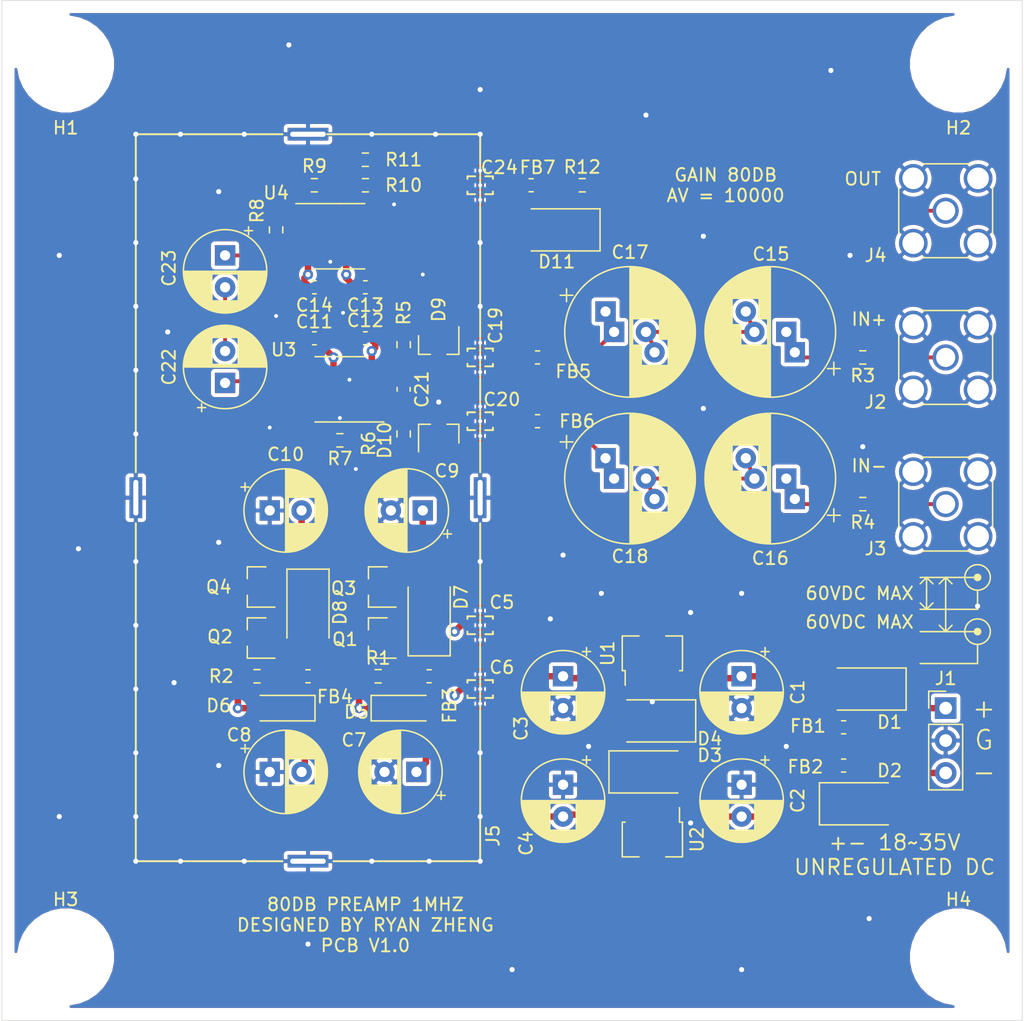
<source format=kicad_pcb>
(kicad_pcb (version 20171130) (host pcbnew "(5.1.7)-1")
  (layers (0 F.Cu signal) (1 In1.Cu signal) (2 In2.Cu signal) (31 B.Cu signal) (34 B.Paste user) (35 F.Paste user) (36 B.SilkS user) (37 F.SilkS user) (38 B.Mask user) (39 F.Mask user) (44 Edge.Cuts user))
  (net 0 "")
  (net 1 GND)
  (net 2 "Net-(C1-Pad1)")
  (net 3 "Net-(C2-Pad2)")
  (net 4 "Net-(C3-Pad1)")
  (net 5 "Net-(C4-Pad2)")
  (net 6 "Net-(C7-Pad1)")
  (net 7 +15V)
  (net 8 -15V)
  (net 9 "Net-(C15-Pad2)")
  (net 10 "Net-(C15-Pad1)")
  (net 11 "Net-(C16-Pad2)")
  (net 12 "Net-(C16-Pad1)")
  (net 13 "Net-(C17-Pad1)")
  (net 14 "Net-(C18-Pad1)")
  (net 15 "Net-(C19-Pad3)")
  (net 16 "Net-(C19-Pad1)")
  (net 17 "Net-(C20-Pad3)")
  (net 18 "Net-(C20-Pad1)")
  (net 19 "Net-(C22-Pad2)")
  (net 20 "Net-(C22-Pad1)")
  (net 21 "Net-(C23-Pad1)")
  (net 22 "Net-(C24-Pad3)")
  (net 23 "Net-(C24-Pad1)")
  (net 24 "Net-(D7-Pad1)")
  (net 25 "Net-(D8-Pad2)")
  (net 26 "Net-(D11-Pad1)")
  (net 27 "Net-(J2-Pad1)")
  (net 28 "Net-(J3-Pad1)")
  (net 29 "Net-(J4-Pad1)")
  (net 30 "Net-(Q1-Pad2)")
  (net 31 "Net-(Q2-Pad2)")
  (net 32 "Net-(R7-Pad2)")
  (net 33 "Net-(R7-Pad1)")
  (net 34 "Net-(R10-Pad1)")
  (net 35 "Net-(U4-Pad8)")
  (net 36 "Net-(U4-Pad5)")
  (net 37 "Net-(U4-Pad1)")
  (net 38 "Net-(D1-Pad1)")
  (net 39 "Net-(D2-Pad2)")
  (net 40 "Net-(C5-Pad3)")
  (net 41 "Net-(C6-Pad3)")
  (net 42 "Net-(C8-Pad2)")
  (module Package_TO_SOT_SMD:SOT-23 (layer F.Cu) (at 34.25 34 90)
    (fp_text reference D10 (at -0.5 -4.25 90) (layer F.SilkS))
    (fp_text value BAV99)
    (pad 3 smd rect (at 1 0 90) (size 0.9 0.8) (layers F.Cu F.Paste F.Mask) (net 17 "Net-(C20-Pad3)"))
    (pad 2 smd rect (at -1 0.95 90) (size 0.9 0.8) (layers F.Cu F.Paste F.Mask) (net 1 GND))
    (pad 1 smd rect (at -1 -0.95 90) (size 0.9 0.8) (layers F.Cu F.Paste F.Mask) (net 1 GND))
  )
  (module Package_TO_SOT_SMD:SOT-23 (layer F.Cu) (at 34.25 27 270)
    (fp_text reference D9 (at -2.75 0 90) (layer F.SilkS))
    (fp_text value BAV99)
    (pad 3 smd rect (at 1 0 270) (size 0.9 0.8) (layers F.Cu F.Paste F.Mask) (net 15 "Net-(C19-Pad3)"))
    (pad 2 smd rect (at -1 0.95 270) (size 0.9 0.8) (layers F.Cu F.Paste F.Mask) (net 1 GND))
    (pad 1 smd rect (at -1 -0.95 270) (size 0.9 0.8) (layers F.Cu F.Paste F.Mask) (net 1 GND))
  )
  (module MountingHole:MountingHole_3.2mm_M3 (layer F.Cu) (at 75 75)
    (fp_text reference H4 (at 0 -4.5) (layer F.SilkS))
    (fp_text value MountingHole)
    (pad 1 np_thru_hole circle (at 0 0) (size 3.2 3.2) (drill 3.2) (layers *.Cu *.Mask))
  )
  (module MountingHole:MountingHole_3.2mm_M3 (layer F.Cu) (at 5 75)
    (fp_text reference H3 (at 0 -4.5) (layer F.SilkS))
    (fp_text value MountingHole)
    (pad 1 np_thru_hole circle (at 0 0) (size 3.2 3.2) (drill 3.2) (layers *.Cu *.Mask))
  )
  (module MountingHole:MountingHole_3.2mm_M3 (layer F.Cu) (at 75 5)
    (fp_text reference H2 (at 0 5) (layer F.SilkS))
    (fp_text value MountingHole)
    (pad 1 np_thru_hole circle (at 0 0) (size 3.2 3.2) (drill 3.2) (layers *.Cu *.Mask))
  )
  (module MountingHole:MountingHole_3.2mm_M3 (layer F.Cu) (at 5 5)
    (fp_text reference H1 (at 0 5) (layer F.SilkS))
    (fp_text value MountingHole)
    (pad 1 np_thru_hole circle (at 0 0) (size 3.2 3.2) (drill 3.2) (layers *.Cu *.Mask))
  )
  (module Connector_PinHeader_2.54mm:PinHeader_1x03_P2.54mm_Vertical (layer F.Cu) (at 74 55.5)
    (fp_text reference J1 (at 0 -2.33) (layer F.SilkS))
    (fp_text value Conn_01x03)
    (pad 3 thru_hole oval (at 0 5.08) (size 1.7 1.7) (drill 1) (layers *.Cu *.Mask) (net 39 "Net-(D2-Pad2)"))
    (pad 2 thru_hole oval (at 0 2.54) (size 1.7 1.7) (drill 1) (layers *.Cu *.Mask) (net 1 GND))
    (pad 1 thru_hole rect (at 0 0) (size 1.7 1.7) (drill 1) (layers *.Cu *.Mask) (net 38 "Net-(D1-Pad1)"))
  )
  (module Inductor_SMD:L_0603_1608Metric (layer F.Cu) (at 66 60)
    (fp_text reference FB2 (at -3 0.1) (layer F.SilkS))
    (fp_text value 600R)
    (pad 2 smd roundrect (at 0.7875 0) (size 0.875 0.95) (layers F.Cu F.Paste F.Mask) (net 39 "Net-(D2-Pad2)"))
    (pad 1 smd roundrect (at -0.7875 0) (size 0.875 0.95) (layers F.Cu F.Paste F.Mask) (net 3 "Net-(C2-Pad2)"))
  )
  (module Inductor_SMD:L_0603_1608Metric (layer F.Cu) (at 66 57)
    (fp_text reference FB1 (at -2.8 -0.1) (layer F.SilkS))
    (fp_text value 600R)
    (pad 2 smd roundrect (at 0.7875 0) (size 0.875 0.95) (layers F.Cu F.Paste F.Mask) (net 38 "Net-(D1-Pad1)"))
    (pad 1 smd roundrect (at -0.7875 0) (size 0.875 0.95) (layers F.Cu F.Paste F.Mask) (net 2 "Net-(C1-Pad1)"))
  )
  (module Package_SO:SOIC-8_3.9x4.9mm_P1.27mm (layer F.Cu) (at 26.5 18.5)
    (fp_text reference U4 (at -5 -3.4) (layer F.SilkS))
    (fp_text value OPA1611)
    (pad 8 smd roundrect (at 2.475 -1.905) (size 1.95 0.6) (layers F.Cu F.Paste F.Mask) (net 35 "Net-(U4-Pad8)"))
    (pad 7 smd roundrect (at 2.475 -0.635) (size 1.95 0.6) (layers F.Cu F.Paste F.Mask) (net 7 +15V))
    (pad 6 smd roundrect (at 2.475 0.635) (size 1.95 0.6) (layers F.Cu F.Paste F.Mask) (net 23 "Net-(C24-Pad1)"))
    (pad 5 smd roundrect (at 2.475 1.905) (size 1.95 0.6) (layers F.Cu F.Paste F.Mask) (net 36 "Net-(U4-Pad5)"))
    (pad 4 smd roundrect (at -2.475 1.905) (size 1.95 0.6) (layers F.Cu F.Paste F.Mask) (net 8 -15V))
    (pad 3 smd roundrect (at -2.475 0.635) (size 1.95 0.6) (layers F.Cu F.Paste F.Mask) (net 21 "Net-(C23-Pad1)"))
    (pad 2 smd roundrect (at -2.475 -0.635) (size 1.95 0.6) (layers F.Cu F.Paste F.Mask) (net 34 "Net-(R10-Pad1)"))
    (pad 1 smd roundrect (at -2.475 -1.905) (size 1.95 0.6) (layers F.Cu F.Paste F.Mask) (net 37 "Net-(U4-Pad1)"))
  )
  (module Package_SO:SOIC-8_3.9x4.9mm_P1.27mm (layer F.Cu) (at 26.5 30.5 180)
    (fp_text reference U3 (at 4.4 3.1) (layer F.SilkS))
    (fp_text value SSM2019)
    (pad 8 smd roundrect (at 2.475 -1.905 180) (size 1.95 0.6) (layers F.Cu F.Paste F.Mask) (net 32 "Net-(R7-Pad2)"))
    (pad 7 smd roundrect (at 2.475 -0.635 180) (size 1.95 0.6) (layers F.Cu F.Paste F.Mask) (net 7 +15V))
    (pad 6 smd roundrect (at 2.475 0.635 180) (size 1.95 0.6) (layers F.Cu F.Paste F.Mask) (net 20 "Net-(C22-Pad1)"))
    (pad 5 smd roundrect (at 2.475 1.905 180) (size 1.95 0.6) (layers F.Cu F.Paste F.Mask) (net 1 GND))
    (pad 4 smd roundrect (at -2.475 1.905 180) (size 1.95 0.6) (layers F.Cu F.Paste F.Mask) (net 8 -15V))
    (pad 3 smd roundrect (at -2.475 0.635 180) (size 1.95 0.6) (layers F.Cu F.Paste F.Mask) (net 15 "Net-(C19-Pad3)"))
    (pad 2 smd roundrect (at -2.475 -0.635 180) (size 1.95 0.6) (layers F.Cu F.Paste F.Mask) (net 17 "Net-(C20-Pad3)"))
    (pad 1 smd roundrect (at -2.475 -1.905 180) (size 1.95 0.6) (layers F.Cu F.Paste F.Mask) (net 33 "Net-(R7-Pad1)"))
  )
  (module Package_TO_SOT_SMD:SOT-89-3 (layer F.Cu) (at 51 65.5 270)
    (fp_text reference U2 (at 0.3 -3.5 90) (layer F.SilkS))
    (fp_text value L79L15_SOT89)
    (pad 2 smd custom (at -1.5625 0 270) (size 1.475 0.9) (layers F.Cu F.Paste F.Mask) (net 3 "Net-(C2-Pad2)") (options (clearance outline) (anchor rect)) (primitives (gr_poly (pts (xy 0.7375 -0.8665) (xy 3.8625 -0.8665) (xy 3.8625 0.8665) (xy 0.7375 0.8665)) (width 0))))
    (pad 3 smd rect (at -1.65 1.5 270) (size 1.3 0.9) (layers F.Cu F.Paste F.Mask) (net 5 "Net-(C4-Pad2)"))
    (pad 1 smd rect (at -1.65 -1.5 270) (size 1.3 0.9) (layers F.Cu F.Paste F.Mask) (net 1 GND))
  )
  (module Package_TO_SOT_SMD:SOT-89-3 (layer F.Cu) (at 51 51.5 90)
    (fp_text reference U1 (at 0.3 -3.5 90) (layer F.SilkS))
    (fp_text value L78L15_SOT89)
    (pad 2 smd custom (at -1.5625 0 90) (size 1.475 0.9) (layers F.Cu F.Paste F.Mask) (net 1 GND) (options (clearance outline) (anchor rect)) (primitives (gr_poly (pts (xy 0.7375 -0.8665) (xy 3.8625 -0.8665) (xy 3.8625 0.8665) (xy 0.7375 0.8665)) (width 0))))
    (pad 3 smd rect (at -1.65 1.5 90) (size 1.3 0.9) (layers F.Cu F.Paste F.Mask) (net 2 "Net-(C1-Pad1)"))
    (pad 1 smd rect (at -1.65 -1.5 90) (size 1.3 0.9) (layers F.Cu F.Paste F.Mask) (net 4 "Net-(C3-Pad1)"))
  )
  (module Resistor_SMD:R_0603_1608Metric (layer F.Cu) (at 45.5 14.5)
    (fp_text reference R12 (at 0 -1.43) (layer F.SilkS))
    (fp_text value 100R)
    (pad 2 smd roundrect (at 0.825 0) (size 0.8 0.95) (layers F.Cu F.Paste F.Mask) (net 29 "Net-(J4-Pad1)"))
    (pad 1 smd roundrect (at -0.825 0) (size 0.8 0.95) (layers F.Cu F.Paste F.Mask) (net 26 "Net-(D11-Pad1)"))
  )
  (module Resistor_SMD:R_0603_1608Metric (layer F.Cu) (at 28.5 12.5)
    (fp_text reference R11 (at 3 0) (layer F.SilkS))
    (fp_text value 1.8K)
    (pad 2 smd roundrect (at 0.825 0) (size 0.8 0.95) (layers F.Cu F.Paste F.Mask) (net 23 "Net-(C24-Pad1)"))
    (pad 1 smd roundrect (at -0.825 0) (size 0.8 0.95) (layers F.Cu F.Paste F.Mask) (net 34 "Net-(R10-Pad1)"))
  )
  (module Resistor_SMD:R_0603_1608Metric (layer F.Cu) (at 28.5 14.5)
    (fp_text reference R10 (at 3 0) (layer F.SilkS))
    (fp_text value 2.2K)
    (pad 2 smd roundrect (at 0.825 0) (size 0.8 0.95) (layers F.Cu F.Paste F.Mask) (net 23 "Net-(C24-Pad1)"))
    (pad 1 smd roundrect (at -0.825 0) (size 0.8 0.95) (layers F.Cu F.Paste F.Mask) (net 34 "Net-(R10-Pad1)"))
  )
  (module Resistor_SMD:R_0603_1608Metric (layer F.Cu) (at 24.5 14.5 180)
    (fp_text reference R9 (at 0 1.5) (layer F.SilkS))
    (fp_text value 10R)
    (pad 2 smd roundrect (at 0.825 0 180) (size 0.8 0.95) (layers F.Cu F.Paste F.Mask) (net 1 GND))
    (pad 1 smd roundrect (at -0.825 0 180) (size 0.8 0.95) (layers F.Cu F.Paste F.Mask) (net 34 "Net-(R10-Pad1)"))
  )
  (module Resistor_SMD:R_0603_1608Metric (layer F.Cu) (at 21.5 18 270)
    (fp_text reference R8 (at -1.5 1.5 90) (layer F.SilkS))
    (fp_text value 10K)
    (pad 2 smd roundrect (at 0.825 0 270) (size 0.8 0.95) (layers F.Cu F.Paste F.Mask) (net 21 "Net-(C23-Pad1)"))
    (pad 1 smd roundrect (at -0.825 0 270) (size 0.8 0.95) (layers F.Cu F.Paste F.Mask) (net 1 GND))
  )
  (module Resistor_SMD:R_0603_1608Metric (layer F.Cu) (at 26.5 34.5 180)
    (fp_text reference R7 (at 0 -1.43) (layer F.SilkS))
    (fp_text value 100R)
    (pad 2 smd roundrect (at 0.825 0 180) (size 0.8 0.95) (layers F.Cu F.Paste F.Mask) (net 32 "Net-(R7-Pad2)"))
    (pad 1 smd roundrect (at -0.825 0 180) (size 0.8 0.95) (layers F.Cu F.Paste F.Mask) (net 33 "Net-(R7-Pad1)"))
  )
  (module Resistor_SMD:R_0603_1608Metric (layer F.Cu) (at 31.5 34 90)
    (fp_text reference R6 (at -0.75 -2.75 90) (layer F.SilkS))
    (fp_text value 10K)
    (pad 2 smd roundrect (at 0.825 0 90) (size 0.8 0.95) (layers F.Cu F.Paste F.Mask) (net 17 "Net-(C20-Pad3)"))
    (pad 1 smd roundrect (at -0.825 0 90) (size 0.8 0.95) (layers F.Cu F.Paste F.Mask) (net 1 GND))
  )
  (module Resistor_SMD:R_0603_1608Metric (layer F.Cu) (at 31.5 27 270)
    (fp_text reference R5 (at -2.5 0 90) (layer F.SilkS))
    (fp_text value 10K)
    (pad 2 smd roundrect (at 0.825 0 270) (size 0.8 0.95) (layers F.Cu F.Paste F.Mask) (net 15 "Net-(C19-Pad3)"))
    (pad 1 smd roundrect (at -0.825 0 270) (size 0.8 0.95) (layers F.Cu F.Paste F.Mask) (net 1 GND))
  )
  (module Resistor_SMD:R_0603_1608Metric (layer F.Cu) (at 67.5 39.5 180)
    (fp_text reference R4 (at 0 -1.43) (layer F.SilkS))
    (fp_text value 47R)
    (pad 2 smd roundrect (at 0.825 0 180) (size 0.8 0.95) (layers F.Cu F.Paste F.Mask) (net 12 "Net-(C16-Pad1)"))
    (pad 1 smd roundrect (at -0.825 0 180) (size 0.8 0.95) (layers F.Cu F.Paste F.Mask) (net 28 "Net-(J3-Pad1)"))
  )
  (module Resistor_SMD:R_0603_1608Metric (layer F.Cu) (at 67.5 28 180)
    (fp_text reference R3 (at 0 -1.43) (layer F.SilkS))
    (fp_text value 47R)
    (pad 2 smd roundrect (at 0.825 0 180) (size 0.8 0.95) (layers F.Cu F.Paste F.Mask) (net 10 "Net-(C15-Pad1)"))
    (pad 1 smd roundrect (at -0.825 0 180) (size 0.8 0.95) (layers F.Cu F.Paste F.Mask) (net 27 "Net-(J2-Pad1)"))
  )
  (module Resistor_SMD:R_0603_1608Metric (layer F.Cu) (at 20 53)
    (fp_text reference R2 (at -2.8 0) (layer F.SilkS))
    (fp_text value 10K)
    (pad 2 smd roundrect (at 0.825 0) (size 0.8 0.95) (layers F.Cu F.Paste F.Mask) (net 42 "Net-(C8-Pad2)"))
    (pad 1 smd roundrect (at -0.825 0) (size 0.8 0.95) (layers F.Cu F.Paste F.Mask) (net 41 "Net-(C6-Pad3)"))
  )
  (module Resistor_SMD:R_0603_1608Metric (layer F.Cu) (at 29.5 53)
    (fp_text reference R1 (at 0 -1.43) (layer F.SilkS))
    (fp_text value 10K)
    (pad 2 smd roundrect (at 0.825 0) (size 0.8 0.95) (layers F.Cu F.Paste F.Mask) (net 6 "Net-(C7-Pad1)"))
    (pad 1 smd roundrect (at -0.825 0) (size 0.8 0.95) (layers F.Cu F.Paste F.Mask) (net 40 "Net-(C5-Pad3)"))
  )
  (module Package_TO_SOT_SMD:SOT-23 (layer F.Cu) (at 20 46 180)
    (fp_text reference Q4 (at 3 0) (layer F.SilkS))
    (fp_text value MMBT3906)
    (pad 3 smd rect (at 1 0 180) (size 0.9 0.8) (layers F.Cu F.Paste F.Mask) (net 41 "Net-(C6-Pad3)"))
    (pad 2 smd rect (at -1 0.95 180) (size 0.9 0.8) (layers F.Cu F.Paste F.Mask) (net 8 -15V))
    (pad 1 smd rect (at -1 -0.95 180) (size 0.9 0.8) (layers F.Cu F.Paste F.Mask) (net 31 "Net-(Q2-Pad2)"))
  )
  (module Package_TO_SOT_SMD:SOT-23 (layer F.Cu) (at 29.5 46 180)
    (fp_text reference Q3 (at 2.7 -0.1) (layer F.SilkS))
    (fp_text value MMBT3904)
    (pad 3 smd rect (at 1 0 180) (size 0.9 0.8) (layers F.Cu F.Paste F.Mask) (net 40 "Net-(C5-Pad3)"))
    (pad 2 smd rect (at -1 0.95 180) (size 0.9 0.8) (layers F.Cu F.Paste F.Mask) (net 7 +15V))
    (pad 1 smd rect (at -1 -0.95 180) (size 0.9 0.8) (layers F.Cu F.Paste F.Mask) (net 30 "Net-(Q1-Pad2)"))
  )
  (module Package_TO_SOT_SMD:SOT-23 (layer F.Cu) (at 20 50 180)
    (fp_text reference Q2 (at 2.9 0.1) (layer F.SilkS))
    (fp_text value MMBT3906)
    (pad 3 smd rect (at 1 0 180) (size 0.9 0.8) (layers F.Cu F.Paste F.Mask) (net 41 "Net-(C6-Pad3)"))
    (pad 2 smd rect (at -1 0.95 180) (size 0.9 0.8) (layers F.Cu F.Paste F.Mask) (net 31 "Net-(Q2-Pad2)"))
    (pad 1 smd rect (at -1 -0.95 180) (size 0.9 0.8) (layers F.Cu F.Paste F.Mask) (net 25 "Net-(D8-Pad2)"))
  )
  (module Package_TO_SOT_SMD:SOT-23 (layer F.Cu) (at 29.5 50 180)
    (fp_text reference Q1 (at 2.6 -0.1) (layer F.SilkS))
    (fp_text value MMBT3904)
    (pad 3 smd rect (at 1 0 180) (size 0.9 0.8) (layers F.Cu F.Paste F.Mask) (net 40 "Net-(C5-Pad3)"))
    (pad 2 smd rect (at -1 0.95 180) (size 0.9 0.8) (layers F.Cu F.Paste F.Mask) (net 30 "Net-(Q1-Pad2)"))
    (pad 1 smd rect (at -1 -0.95 180) (size 0.9 0.8) (layers F.Cu F.Paste F.Mask) (net 24 "Net-(D7-Pad1)"))
  )
  (module preamp_80db:Shielding_Can_THT_57x27x13mm (layer F.Cu) (at 24 39 90)
    (fp_text reference J5 (at -26.5 14.5 90) (layer F.SilkS))
    (fp_text value RF_Shield_One_Piece)
    (pad 1 thru_hole rect (at -28.5 0 180) (size 3.2 1) (drill oval 2.8 0.4) (layers *.Cu *.Mask) (net 1 GND))
    (pad 1 thru_hole rect (at 28.5 0 180) (size 3.2 1) (drill oval 2.8 0.4) (layers *.Cu *.Mask) (net 1 GND))
    (pad 1 thru_hole rect (at 0 13.5 90) (size 3.2 1) (drill oval 2.8 0.4) (layers *.Cu *.Mask) (net 1 GND))
    (pad 1 thru_hole rect (at 0 -13.5 90) (size 3.2 1) (drill oval 2.8 0.4) (layers *.Cu *.Mask) (net 1 GND))
  )
  (module Connector_Coaxial:SMA_Amphenol_132134_Vertical (layer F.Cu) (at 74 16.5 180)
    (fp_text reference J4 (at 5.5 -3.5) (layer F.SilkS))
    (fp_text value Conn_Coaxial)
    (pad 2 thru_hole circle (at -2.54 2.54 180) (size 2.25 2.25) (drill 1.7) (layers *.Cu *.Mask) (net 1 GND))
    (pad 2 thru_hole circle (at -2.54 -2.54 180) (size 2.25 2.25) (drill 1.7) (layers *.Cu *.Mask) (net 1 GND))
    (pad 2 thru_hole circle (at 2.54 -2.54 180) (size 2.25 2.25) (drill 1.7) (layers *.Cu *.Mask) (net 1 GND))
    (pad 2 thru_hole circle (at 2.54 2.54 180) (size 2.25 2.25) (drill 1.7) (layers *.Cu *.Mask) (net 1 GND))
    (pad 1 thru_hole circle (at 0 0 180) (size 2.05 2.05) (drill 1.5) (layers *.Cu *.Mask) (net 29 "Net-(J4-Pad1)"))
  )
  (module Connector_Coaxial:SMA_Amphenol_132134_Vertical (layer F.Cu) (at 74 39.5 180)
    (fp_text reference J3 (at 5.5 -3.5) (layer F.SilkS))
    (fp_text value Conn_Coaxial)
    (pad 2 thru_hole circle (at -2.54 2.54 180) (size 2.25 2.25) (drill 1.7) (layers *.Cu *.Mask) (net 1 GND))
    (pad 2 thru_hole circle (at -2.54 -2.54 180) (size 2.25 2.25) (drill 1.7) (layers *.Cu *.Mask) (net 1 GND))
    (pad 2 thru_hole circle (at 2.54 -2.54 180) (size 2.25 2.25) (drill 1.7) (layers *.Cu *.Mask) (net 1 GND))
    (pad 2 thru_hole circle (at 2.54 2.54 180) (size 2.25 2.25) (drill 1.7) (layers *.Cu *.Mask) (net 1 GND))
    (pad 1 thru_hole circle (at 0 0 180) (size 2.05 2.05) (drill 1.5) (layers *.Cu *.Mask) (net 28 "Net-(J3-Pad1)"))
  )
  (module Connector_Coaxial:SMA_Amphenol_132134_Vertical (layer F.Cu) (at 74 28 180)
    (fp_text reference J2 (at 5.5 -3.5) (layer F.SilkS))
    (fp_text value Conn_Coaxial)
    (pad 2 thru_hole circle (at -2.54 2.54 180) (size 2.25 2.25) (drill 1.7) (layers *.Cu *.Mask) (net 1 GND))
    (pad 2 thru_hole circle (at -2.54 -2.54 180) (size 2.25 2.25) (drill 1.7) (layers *.Cu *.Mask) (net 1 GND))
    (pad 2 thru_hole circle (at 2.54 -2.54 180) (size 2.25 2.25) (drill 1.7) (layers *.Cu *.Mask) (net 1 GND))
    (pad 2 thru_hole circle (at 2.54 2.54 180) (size 2.25 2.25) (drill 1.7) (layers *.Cu *.Mask) (net 1 GND))
    (pad 1 thru_hole circle (at 0 0 180) (size 2.05 2.05) (drill 1.5) (layers *.Cu *.Mask) (net 27 "Net-(J2-Pad1)"))
  )
  (module Inductor_SMD:L_0603_1608Metric (layer F.Cu) (at 41.5 14.5 180)
    (fp_text reference FB7 (at -0.5 1.4) (layer F.SilkS))
    (fp_text value 600R)
    (pad 2 smd roundrect (at 0.7875 0 180) (size 0.875 0.95) (layers F.Cu F.Paste F.Mask) (net 22 "Net-(C24-Pad3)"))
    (pad 1 smd roundrect (at -0.7875 0 180) (size 0.875 0.95) (layers F.Cu F.Paste F.Mask) (net 26 "Net-(D11-Pad1)"))
  )
  (module Inductor_SMD:L_0603_1608Metric (layer F.Cu) (at 42 33)
    (fp_text reference FB6 (at 3.1 0) (layer F.SilkS))
    (fp_text value 600R)
    (pad 2 smd roundrect (at 0.7875 0) (size 0.875 0.95) (layers F.Cu F.Paste F.Mask) (net 14 "Net-(C18-Pad1)"))
    (pad 1 smd roundrect (at -0.7875 0) (size 0.875 0.95) (layers F.Cu F.Paste F.Mask) (net 18 "Net-(C20-Pad1)"))
  )
  (module Inductor_SMD:L_0603_1608Metric (layer F.Cu) (at 42 28)
    (fp_text reference FB5 (at 2.8 1.1) (layer F.SilkS))
    (fp_text value 600R)
    (pad 2 smd roundrect (at 0.7875 0) (size 0.875 0.95) (layers F.Cu F.Paste F.Mask) (net 13 "Net-(C17-Pad1)"))
    (pad 1 smd roundrect (at -0.7875 0) (size 0.875 0.95) (layers F.Cu F.Paste F.Mask) (net 16 "Net-(C19-Pad1)"))
  )
  (module Inductor_SMD:L_0603_1608Metric (layer F.Cu) (at 24 53)
    (fp_text reference FB4 (at 2.1 1.6) (layer F.SilkS))
    (fp_text value 600R)
    (pad 2 smd roundrect (at 0.7875 0) (size 0.875 0.95) (layers F.Cu F.Paste F.Mask) (net 42 "Net-(C8-Pad2)"))
    (pad 1 smd roundrect (at -0.7875 0) (size 0.875 0.95) (layers F.Cu F.Paste F.Mask) (net 25 "Net-(D8-Pad2)"))
  )
  (module Inductor_SMD:L_0603_1608Metric (layer F.Cu) (at 33.5 53)
    (fp_text reference FB3 (at 1.6 2.3 90) (layer F.SilkS))
    (fp_text value 600R)
    (pad 2 smd roundrect (at 0.7875 0) (size 0.875 0.95) (layers F.Cu F.Paste F.Mask) (net 6 "Net-(C7-Pad1)"))
    (pad 1 smd roundrect (at -0.7875 0) (size 0.875 0.95) (layers F.Cu F.Paste F.Mask) (net 24 "Net-(D7-Pad1)"))
  )
  (module Diode_SMD:D_SMA (layer F.Cu) (at 43.5 18 180)
    (fp_text reference D11 (at 0 -2.5) (layer F.SilkS))
    (fp_text value SMAJ15CA)
    (pad 2 smd rect (at 2 0 180) (size 2.5 1.8) (layers F.Cu F.Paste F.Mask) (net 1 GND))
    (pad 1 smd rect (at -2 0 180) (size 2.5 1.8) (layers F.Cu F.Paste F.Mask) (net 26 "Net-(D11-Pad1)"))
  )
  (module Diode_SMD:D_SMA (layer F.Cu) (at 24 48 270)
    (fp_text reference D8 (at 0 -2.5 90) (layer F.SilkS))
    (fp_text value 1N4007)
    (pad 2 smd rect (at 2 0 270) (size 2.5 1.8) (layers F.Cu F.Paste F.Mask) (net 25 "Net-(D8-Pad2)"))
    (pad 1 smd rect (at -2 0 270) (size 2.5 1.8) (layers F.Cu F.Paste F.Mask) (net 8 -15V))
  )
  (module Diode_SMD:D_SMA (layer F.Cu) (at 33.5 48 90)
    (fp_text reference D7 (at 1.2 2.5 90) (layer F.SilkS))
    (fp_text value 1N4007)
    (pad 2 smd rect (at 2 0 90) (size 2.5 1.8) (layers F.Cu F.Paste F.Mask) (net 7 +15V))
    (pad 1 smd rect (at -2 0 90) (size 2.5 1.8) (layers F.Cu F.Paste F.Mask) (net 24 "Net-(D7-Pad1)"))
  )
  (module Diode_SMD:D_MiniMELF (layer F.Cu) (at 22 55.5 180)
    (fp_text reference D6 (at 5 0.2) (layer F.SilkS))
    (fp_text value ZMM3V3)
    (pad 2 smd rect (at 1.75 0 180) (size 1.3 1.7) (layers F.Cu F.Paste F.Mask) (net 41 "Net-(C6-Pad3)"))
    (pad 1 smd rect (at -1.75 0 180) (size 1.3 1.7) (layers F.Cu F.Paste F.Mask) (net 42 "Net-(C8-Pad2)"))
  )
  (module Diode_SMD:D_MiniMELF (layer F.Cu) (at 31.5 55.5)
    (fp_text reference D5 (at -3.7 0.3) (layer F.SilkS))
    (fp_text value ZMM3V3)
    (pad 2 smd rect (at 1.75 0) (size 1.3 1.7) (layers F.Cu F.Paste F.Mask) (net 6 "Net-(C7-Pad1)"))
    (pad 1 smd rect (at -1.75 0) (size 1.3 1.7) (layers F.Cu F.Paste F.Mask) (net 40 "Net-(C5-Pad3)"))
  )
  (module Diode_SMD:D_SMA (layer F.Cu) (at 51 60.5)
    (fp_text reference D4 (at 4.5 -2.6) (layer F.SilkS))
    (fp_text value 1N4007)
    (pad 2 smd rect (at 2 0) (size 2.5 1.8) (layers F.Cu F.Paste F.Mask) (net 3 "Net-(C2-Pad2)"))
    (pad 1 smd rect (at -2 0) (size 2.5 1.8) (layers F.Cu F.Paste F.Mask) (net 5 "Net-(C4-Pad2)"))
  )
  (module Diode_SMD:D_SMA (layer F.Cu) (at 51 56.5 180)
    (fp_text reference D3 (at -4.5 -2.7) (layer F.SilkS))
    (fp_text value 1N4007)
    (pad 2 smd rect (at 2 0 180) (size 2.5 1.8) (layers F.Cu F.Paste F.Mask) (net 4 "Net-(C3-Pad1)"))
    (pad 1 smd rect (at -2 0 180) (size 2.5 1.8) (layers F.Cu F.Paste F.Mask) (net 2 "Net-(C1-Pad1)"))
  )
  (module Diode_SMD:D_SMA (layer F.Cu) (at 67.5 63)
    (fp_text reference D2 (at 2.1 -2.6) (layer F.SilkS))
    (fp_text value 1N4007)
    (pad 2 smd rect (at 2 0) (size 2.5 1.8) (layers F.Cu F.Paste F.Mask) (net 39 "Net-(D2-Pad2)"))
    (pad 1 smd rect (at -2 0) (size 2.5 1.8) (layers F.Cu F.Paste F.Mask) (net 1 GND))
  )
  (module Diode_SMD:D_SMA (layer F.Cu) (at 67.5 54 180)
    (fp_text reference D1 (at -2.1 -2.6) (layer F.SilkS))
    (fp_text value 1N4007)
    (pad 2 smd rect (at 2 0 180) (size 2.5 1.8) (layers F.Cu F.Paste F.Mask) (net 1 GND))
    (pad 1 smd rect (at -2 0 180) (size 2.5 1.8) (layers F.Cu F.Paste F.Mask) (net 38 "Net-(D1-Pad1)"))
  )
  (module preamp_80db:C_SMT_feedthrough_murata_0805 (layer F.Cu) (at 37.5 14.5)
    (fp_text reference C24 (at 1.5 -1.4) (layer F.SilkS))
    (fp_text value 1nF/Feedthrough)
    (pad 2 thru_hole circle (at 0 1.15) (size 0.3 0.3) (drill 0.3) (layers *.Cu *.Mask) (net 1 GND))
    (pad 2 thru_hole circle (at 0 -1.15) (size 0.3 0.3) (drill 0.3) (layers *.Cu *.Mask) (net 1 GND))
    (pad 2 thru_hole circle (at 0 0) (size 0.3 0.3) (drill 0.3) (layers *.Cu *.Mask) (net 1 GND))
    (pad 2 smd rect (at 0 0) (size 0.6 2.7) (layers F.Cu) (net 1 GND))
    (pad 3 smd rect (at 1 0) (size 0.6 0.8) (layers F.Cu F.Paste F.Mask) (net 22 "Net-(C24-Pad3)"))
    (pad 1 smd rect (at -1 0) (size 0.6 0.8) (layers F.Cu F.Paste F.Mask) (net 23 "Net-(C24-Pad1)"))
  )
  (module Capacitor_THT:CP_Radial_D6.3mm_P2.50mm (layer F.Cu) (at 17.5 20 270)
    (fp_text reference C23 (at 1 4.4 90) (layer F.SilkS))
    (fp_text value 100uF/25V)
    (pad 2 thru_hole circle (at 2.5 0 270) (size 1.6 1.6) (drill 0.8) (layers *.Cu *.Mask) (net 19 "Net-(C22-Pad2)"))
    (pad 1 thru_hole rect (at 0 0 270) (size 1.6 1.6) (drill 0.8) (layers *.Cu *.Mask) (net 21 "Net-(C23-Pad1)"))
  )
  (module Capacitor_THT:CP_Radial_D6.3mm_P2.50mm (layer F.Cu) (at 17.5 30 90)
    (fp_text reference C22 (at 1.25 -4.4 90) (layer F.SilkS))
    (fp_text value 100uF/25V)
    (pad 2 thru_hole circle (at 2.5 0 90) (size 1.6 1.6) (drill 0.8) (layers *.Cu *.Mask) (net 19 "Net-(C22-Pad2)"))
    (pad 1 thru_hole rect (at 0 0 90) (size 1.6 1.6) (drill 0.8) (layers *.Cu *.Mask) (net 20 "Net-(C22-Pad1)"))
  )
  (module Capacitor_SMD:C_0603_1608Metric (layer F.Cu) (at 31.5 30.5 270)
    (fp_text reference C21 (at 0 -1.43 90) (layer F.SilkS))
    (fp_text value 220pF)
    (pad 2 smd roundrect (at 0.775 0 270) (size 0.9 0.95) (layers F.Cu F.Paste F.Mask) (net 17 "Net-(C20-Pad3)"))
    (pad 1 smd roundrect (at -0.775 0 270) (size 0.9 0.95) (layers F.Cu F.Paste F.Mask) (net 15 "Net-(C19-Pad3)"))
  )
  (module preamp_80db:C_SMT_feedthrough_murata_0805 (layer F.Cu) (at 37.5 33 180)
    (fp_text reference C20 (at -1.7 1.7) (layer F.SilkS))
    (fp_text value 1nF/Feedthrough)
    (pad 2 thru_hole circle (at 0 1.15 180) (size 0.3 0.3) (drill 0.3) (layers *.Cu *.Mask) (net 1 GND))
    (pad 2 thru_hole circle (at 0 -1.15 180) (size 0.3 0.3) (drill 0.3) (layers *.Cu *.Mask) (net 1 GND))
    (pad 2 thru_hole circle (at 0 0 180) (size 0.3 0.3) (drill 0.3) (layers *.Cu *.Mask) (net 1 GND))
    (pad 2 smd rect (at 0 0 180) (size 0.6 2.7) (layers F.Cu) (net 1 GND))
    (pad 3 smd rect (at 1 0 180) (size 0.6 0.8) (layers F.Cu F.Paste F.Mask) (net 17 "Net-(C20-Pad3)"))
    (pad 1 smd rect (at -1 0 180) (size 0.6 0.8) (layers F.Cu F.Paste F.Mask) (net 18 "Net-(C20-Pad1)"))
  )
  (module preamp_80db:C_SMT_feedthrough_murata_0805 (layer F.Cu) (at 37.5 28 180)
    (fp_text reference C19 (at -1.2 2.5 90) (layer F.SilkS))
    (fp_text value 1nF/Feedthrough)
    (pad 2 thru_hole circle (at 0 1.15 180) (size 0.3 0.3) (drill 0.3) (layers *.Cu *.Mask) (net 1 GND))
    (pad 2 thru_hole circle (at 0 -1.15 180) (size 0.3 0.3) (drill 0.3) (layers *.Cu *.Mask) (net 1 GND))
    (pad 2 thru_hole circle (at 0 0 180) (size 0.3 0.3) (drill 0.3) (layers *.Cu *.Mask) (net 1 GND))
    (pad 2 smd rect (at 0 0 180) (size 0.6 2.7) (layers F.Cu) (net 1 GND))
    (pad 3 smd rect (at 1 0 180) (size 0.6 0.8) (layers F.Cu F.Paste F.Mask) (net 15 "Net-(C19-Pad3)"))
    (pad 1 smd rect (at -1 0 180) (size 0.6 0.8) (layers F.Cu F.Paste F.Mask) (net 16 "Net-(C19-Pad1)"))
  )
  (module Capacitor_THT:CP_Radial_D10.0mm_P2.50mm_P5.00mm (layer F.Cu) (at 48 37.5)
    (fp_text reference C18 (at 1.25 6.1) (layer F.SilkS))
    (fp_text value 100uF/63V)
    (pad 2 thru_hole circle (at 3.170937 1.6) (size 1.6 1.6) (drill 0.8) (layers *.Cu *.Mask) (net 11 "Net-(C16-Pad2)"))
    (pad 1 thru_hole rect (at -0.670937 -1.6) (size 1.6 1.6) (drill 0.8) (layers *.Cu *.Mask) (net 14 "Net-(C18-Pad1)"))
    (pad 2 thru_hole circle (at 2.5 0) (size 1.6 1.6) (drill 0.8) (layers *.Cu *.Mask) (net 11 "Net-(C16-Pad2)"))
    (pad 1 thru_hole rect (at 0 0) (size 1.6 1.6) (drill 0.8) (layers *.Cu *.Mask) (net 14 "Net-(C18-Pad1)"))
  )
  (module Capacitor_THT:CP_Radial_D10.0mm_P2.50mm_P5.00mm (layer F.Cu) (at 48 26)
    (fp_text reference C17 (at 1.25 -6.25) (layer F.SilkS))
    (fp_text value 100uF/63V)
    (pad 2 thru_hole circle (at 3.170937 1.6) (size 1.6 1.6) (drill 0.8) (layers *.Cu *.Mask) (net 9 "Net-(C15-Pad2)"))
    (pad 1 thru_hole rect (at -0.670937 -1.6) (size 1.6 1.6) (drill 0.8) (layers *.Cu *.Mask) (net 13 "Net-(C17-Pad1)"))
    (pad 2 thru_hole circle (at 2.5 0) (size 1.6 1.6) (drill 0.8) (layers *.Cu *.Mask) (net 9 "Net-(C15-Pad2)"))
    (pad 1 thru_hole rect (at 0 0) (size 1.6 1.6) (drill 0.8) (layers *.Cu *.Mask) (net 13 "Net-(C17-Pad1)"))
  )
  (module Capacitor_THT:CP_Radial_D10.0mm_P2.50mm_P5.00mm (layer F.Cu) (at 61.5 37.5 180)
    (fp_text reference C16 (at 1.25 -6.25) (layer F.SilkS))
    (fp_text value 100uF/63V)
    (pad 2 thru_hole circle (at 3.170937 1.6 180) (size 1.6 1.6) (drill 0.8) (layers *.Cu *.Mask) (net 11 "Net-(C16-Pad2)"))
    (pad 1 thru_hole rect (at -0.670937 -1.6 180) (size 1.6 1.6) (drill 0.8) (layers *.Cu *.Mask) (net 12 "Net-(C16-Pad1)"))
    (pad 2 thru_hole circle (at 2.5 0 180) (size 1.6 1.6) (drill 0.8) (layers *.Cu *.Mask) (net 11 "Net-(C16-Pad2)"))
    (pad 1 thru_hole rect (at 0 0 180) (size 1.6 1.6) (drill 0.8) (layers *.Cu *.Mask) (net 12 "Net-(C16-Pad1)"))
  )
  (module Capacitor_THT:CP_Radial_D10.0mm_P2.50mm_P5.00mm (layer F.Cu) (at 61.5 26 180)
    (fp_text reference C15 (at 1.2 6.1) (layer F.SilkS))
    (fp_text value 100uF/63V)
    (pad 2 thru_hole circle (at 3.170937 1.6 180) (size 1.6 1.6) (drill 0.8) (layers *.Cu *.Mask) (net 9 "Net-(C15-Pad2)"))
    (pad 1 thru_hole rect (at -0.670937 -1.6 180) (size 1.6 1.6) (drill 0.8) (layers *.Cu *.Mask) (net 10 "Net-(C15-Pad1)"))
    (pad 2 thru_hole circle (at 2.5 0 180) (size 1.6 1.6) (drill 0.8) (layers *.Cu *.Mask) (net 9 "Net-(C15-Pad2)"))
    (pad 1 thru_hole rect (at 0 0 180) (size 1.6 1.6) (drill 0.8) (layers *.Cu *.Mask) (net 10 "Net-(C15-Pad1)"))
  )
  (module Capacitor_SMD:C_0603_1608Metric (layer F.Cu) (at 24.5 22.5 180)
    (fp_text reference C14 (at 0 -1.4) (layer F.SilkS))
    (fp_text value 100nF)
    (pad 2 smd roundrect (at 0.775 0 180) (size 0.9 0.95) (layers F.Cu F.Paste F.Mask) (net 8 -15V))
    (pad 1 smd roundrect (at -0.775 0 180) (size 0.9 0.95) (layers F.Cu F.Paste F.Mask) (net 1 GND))
  )
  (module Capacitor_SMD:C_0603_1608Metric (layer F.Cu) (at 28.5 22.5)
    (fp_text reference C13 (at 0 1.4) (layer F.SilkS))
    (fp_text value 100nF)
    (pad 2 smd roundrect (at 0.775 0) (size 0.9 0.95) (layers F.Cu F.Paste F.Mask) (net 1 GND))
    (pad 1 smd roundrect (at -0.775 0) (size 0.9 0.95) (layers F.Cu F.Paste F.Mask) (net 7 +15V))
  )
  (module Capacitor_SMD:C_0603_1608Metric (layer F.Cu) (at 28.5 26.5)
    (fp_text reference C12 (at 0 -1.4) (layer F.SilkS))
    (fp_text value 100nF)
    (pad 2 smd roundrect (at 0.775 0) (size 0.9 0.95) (layers F.Cu F.Paste F.Mask) (net 8 -15V))
    (pad 1 smd roundrect (at -0.775 0) (size 0.9 0.95) (layers F.Cu F.Paste F.Mask) (net 1 GND))
  )
  (module Capacitor_SMD:C_0603_1608Metric (layer F.Cu) (at 24.5 26.5 180)
    (fp_text reference C11 (at 0 1.3) (layer F.SilkS))
    (fp_text value 100nF)
    (pad 2 smd roundrect (at 0.775 0 180) (size 0.9 0.95) (layers F.Cu F.Paste F.Mask) (net 1 GND))
    (pad 1 smd roundrect (at -0.775 0 180) (size 0.9 0.95) (layers F.Cu F.Paste F.Mask) (net 7 +15V))
  )
  (module preamp_80db:C_SMT_feedthrough_murata_0805 (layer F.Cu) (at 37.5 54 180)
    (fp_text reference C6 (at -1.7 1.7) (layer F.SilkS))
    (fp_text value 1nF/Feedthrough)
    (pad 2 thru_hole circle (at 0 1.15 180) (size 0.3 0.3) (drill 0.3) (layers *.Cu *.Mask) (net 1 GND))
    (pad 2 thru_hole circle (at 0 -1.15 180) (size 0.3 0.3) (drill 0.3) (layers *.Cu *.Mask) (net 1 GND))
    (pad 2 thru_hole circle (at 0 0 180) (size 0.3 0.3) (drill 0.3) (layers *.Cu *.Mask) (net 1 GND))
    (pad 2 smd rect (at 0 0 180) (size 0.6 2.7) (layers F.Cu) (net 1 GND))
    (pad 3 smd rect (at 1 0 180) (size 0.6 0.8) (layers F.Cu F.Paste F.Mask) (net 41 "Net-(C6-Pad3)"))
    (pad 1 smd rect (at -1 0 180) (size 0.6 0.8) (layers F.Cu F.Paste F.Mask) (net 5 "Net-(C4-Pad2)"))
  )
  (module preamp_80db:C_SMT_feedthrough_murata_0805 (layer F.Cu) (at 37.5 49 180)
    (fp_text reference C5 (at -1.7 1.8) (layer F.SilkS))
    (fp_text value 1nF/Feedthrough)
    (pad 2 thru_hole circle (at 0 1.15 180) (size 0.3 0.3) (drill 0.3) (layers *.Cu *.Mask) (net 1 GND))
    (pad 2 thru_hole circle (at 0 -1.15 180) (size 0.3 0.3) (drill 0.3) (layers *.Cu *.Mask) (net 1 GND))
    (pad 2 thru_hole circle (at 0 0 180) (size 0.3 0.3) (drill 0.3) (layers *.Cu *.Mask) (net 1 GND))
    (pad 2 smd rect (at 0 0 180) (size 0.6 2.7) (layers F.Cu) (net 1 GND))
    (pad 3 smd rect (at 1 0 180) (size 0.6 0.8) (layers F.Cu F.Paste F.Mask) (net 40 "Net-(C5-Pad3)"))
    (pad 1 smd rect (at -1 0 180) (size 0.6 0.8) (layers F.Cu F.Paste F.Mask) (net 4 "Net-(C3-Pad1)"))
  )
  (module Capacitor_THT:CP_Radial_D6.3mm_P2.50mm (layer F.Cu) (at 21 40)
    (fp_text reference C10 (at 1.25 -4.4) (layer F.SilkS))
    (fp_text value 100uF/25V)
    (pad 2 thru_hole circle (at 2.5 0) (size 1.6 1.6) (drill 0.8) (layers *.Cu *.Mask) (net 8 -15V))
    (pad 1 thru_hole rect (at 0 0) (size 1.6 1.6) (drill 0.8) (layers *.Cu *.Mask) (net 1 GND))
  )
  (module Capacitor_THT:CP_Radial_D6.3mm_P2.50mm (layer F.Cu) (at 33 40 180)
    (fp_text reference C9 (at -1.9 3.1) (layer F.SilkS))
    (fp_text value 100uF/25V)
    (pad 2 thru_hole circle (at 2.5 0 180) (size 1.6 1.6) (drill 0.8) (layers *.Cu *.Mask) (net 1 GND))
    (pad 1 thru_hole rect (at 0 0 180) (size 1.6 1.6) (drill 0.8) (layers *.Cu *.Mask) (net 7 +15V))
  )
  (module Capacitor_THT:CP_Radial_D6.3mm_P2.50mm (layer F.Cu) (at 21 60.5)
    (fp_text reference C8 (at -2.4 -2.9) (layer F.SilkS))
    (fp_text value 100uF/25V)
    (pad 2 thru_hole circle (at 2.5 0) (size 1.6 1.6) (drill 0.8) (layers *.Cu *.Mask) (net 42 "Net-(C8-Pad2)"))
    (pad 1 thru_hole rect (at 0 0) (size 1.6 1.6) (drill 0.8) (layers *.Cu *.Mask) (net 1 GND))
  )
  (module Capacitor_THT:CP_Radial_D6.3mm_P2.50mm (layer F.Cu) (at 32.5 60.5 180)
    (fp_text reference C7 (at 4.9 2.5) (layer F.SilkS))
    (fp_text value 100uF/25V)
    (pad 2 thru_hole circle (at 2.5 0 180) (size 1.6 1.6) (drill 0.8) (layers *.Cu *.Mask) (net 1 GND))
    (pad 1 thru_hole rect (at 0 0 180) (size 1.6 1.6) (drill 0.8) (layers *.Cu *.Mask) (net 6 "Net-(C7-Pad1)"))
  )
  (module Capacitor_THT:CP_Radial_D6.3mm_P2.50mm (layer F.Cu) (at 44 61.5 270)
    (fp_text reference C4 (at 4.6 2.9 90) (layer F.SilkS))
    (fp_text value 100uF/25V)
    (pad 2 thru_hole circle (at 2.5 0 270) (size 1.6 1.6) (drill 0.8) (layers *.Cu *.Mask) (net 5 "Net-(C4-Pad2)"))
    (pad 1 thru_hole rect (at 0 0 270) (size 1.6 1.6) (drill 0.8) (layers *.Cu *.Mask) (net 1 GND))
  )
  (module Capacitor_THT:CP_Radial_D6.3mm_P2.50mm (layer F.Cu) (at 44 53 270)
    (fp_text reference C3 (at 4.1 3.3 90) (layer F.SilkS))
    (fp_text value 100uF/25V)
    (pad 2 thru_hole circle (at 2.5 0 270) (size 1.6 1.6) (drill 0.8) (layers *.Cu *.Mask) (net 1 GND))
    (pad 1 thru_hole rect (at 0 0 270) (size 1.6 1.6) (drill 0.8) (layers *.Cu *.Mask) (net 4 "Net-(C3-Pad1)"))
  )
  (module Capacitor_THT:CP_Radial_D6.3mm_P2.50mm (layer F.Cu) (at 58 61.5 270)
    (fp_text reference C2 (at 1.25 -4.4 90) (layer F.SilkS))
    (fp_text value 100uF/35V)
    (pad 2 thru_hole circle (at 2.5 0 270) (size 1.6 1.6) (drill 0.8) (layers *.Cu *.Mask) (net 3 "Net-(C2-Pad2)"))
    (pad 1 thru_hole rect (at 0 0 270) (size 1.6 1.6) (drill 0.8) (layers *.Cu *.Mask) (net 1 GND))
  )
  (module Capacitor_THT:CP_Radial_D6.3mm_P2.50mm (layer F.Cu) (at 58 53 270)
    (fp_text reference C1 (at 1.25 -4.4 90) (layer F.SilkS))
    (fp_text value 100uF/35V)
    (pad 2 thru_hole circle (at 2.5 0 270) (size 1.6 1.6) (drill 0.8) (layers *.Cu *.Mask) (net 1 GND))
    (pad 1 thru_hole rect (at 0 0 270) (size 1.6 1.6) (drill 0.8) (layers *.Cu *.Mask) (net 2 "Net-(C1-Pad1)"))
  )
  (gr_text "GAIN 80DB\nAV = 10000" (at 56.75 14.5) (layer F.SilkS) (effects (font (size 1 1))))
  (gr_text "60VDC MAX" (at 67.25 48.75) (layer F.SilkS) (effects (font (size 1 1))))
  (gr_line (start 74.5 45.75) (end 74 45.25) (layer F.SilkS) (width 0.12))
  (gr_line (start 76.5 52) (end 72 52) (layer F.SilkS) (width 0.12))
  (gr_line (start 74 49.5) (end 73.5 49) (layer F.SilkS) (width 0.12))
  (gr_line (start 76.5 50.5) (end 76.5 52) (layer F.SilkS) (width 0.12))
  (gr_line (start 74.5 49) (end 74 49.5) (layer F.SilkS) (width 0.12))
  (gr_line (start 73.5 45.75) (end 74 45.25) (layer F.SilkS) (width 0.12))
  (gr_line (start 76.5 49.5) (end 72 49.5) (layer F.SilkS) (width 0.12))
  (gr_line (start 74 45.25) (end 74 49.5) (layer F.SilkS) (width 0.12))
  (gr_circle (center 76.5 49.5) (end 76.65 49.5) (layer F.SilkS) (width 0.3))
  (gr_circle (center 76.5 49.5) (end 77.5 49.5) (layer F.SilkS) (width 0.12))
  (gr_line (start 72.5 45.25) (end 72.5 47.75) (layer F.SilkS) (width 0.12))
  (gr_line (start 73 47.25) (end 72.5 47.75) (layer F.SilkS) (width 0.12))
  (gr_line (start 72.5 47.75) (end 72 47.25) (layer F.SilkS) (width 0.12))
  (gr_line (start 73 45.75) (end 72.5 45.25) (layer F.SilkS) (width 0.12))
  (gr_line (start 72 45.75) (end 72.5 45.25) (layer F.SilkS) (width 0.12))
  (gr_line (start 76.5 47.75) (end 72 47.75) (layer F.SilkS) (width 0.12))
  (gr_line (start 76.5 46.25) (end 76.5 47.75) (layer F.SilkS) (width 0.12))
  (gr_line (start 76.5 45.25) (end 72 45.25) (layer F.SilkS) (width 0.12))
  (gr_circle (center 76.5 45.25) (end 77.5 45.25) (layer F.SilkS) (width 0.12))
  (gr_circle (center 76.5 45.25) (end 76.65 45.25) (layer F.SilkS) (width 0.3))
  (gr_text "60VDC MAX" (at 67.25 46.5) (layer F.SilkS) (effects (font (size 1 1))))
  (gr_text "80DB PREAMP 1MHZ\nDESIGNED BY RYAN ZHENG\nPCB V1.0" (at 28.5 72.5) (layer F.SilkS) (effects (font (size 1 1))))
  (gr_text "+- 18~~35V\nUNREGULATED DC" (at 70 67) (layer F.SilkS) (effects (font (size 1.2 1.2))))
  (gr_text - (at 77 60.5) (layer F.SilkS) (effects (font (size 1.5 1.5))))
  (gr_text G (at 77 58) (layer F.SilkS) (effects (font (size 1.5 1.5))))
  (gr_text + (at 77 55.5) (layer F.SilkS) (effects (font (size 1.5 1.5))))
  (gr_text IN- (at 68 36.5) (layer F.SilkS) (effects (font (size 1 1))))
  (gr_text IN+ (at 68 25) (layer F.SilkS) (effects (font (size 1 1))))
  (gr_text OUT (at 67.5 14) (layer F.SilkS) (effects (font (size 1 1))))
  (gr_line (start 0 80) (end 0 0) (layer Edge.Cuts) (width 0.05))
  (gr_line (start 80 80) (end 0 80) (layer Edge.Cuts) (width 0.05))
  (gr_line (start 80 0) (end 80 80) (layer Edge.Cuts) (width 0.05))
  (gr_line (start 0 0) (end 80 0) (layer Edge.Cuts) (width 0.05))
  (via (at 10.5 34) (size 0.8) (drill 0.4) (layers F.Cu B.Cu) (net 1))
  (via (at 10.5 29) (size 0.8) (drill 0.4) (layers F.Cu B.Cu) (net 1))
  (via (at 10.5 24) (size 0.8) (drill 0.4) (layers F.Cu B.Cu) (net 1))
  (via (at 10.5 19) (size 0.8) (drill 0.4) (layers F.Cu B.Cu) (net 1))
  (via (at 10.5 14) (size 0.8) (drill 0.4) (layers F.Cu B.Cu) (net 1))
  (via (at 10.5 10.5) (size 0.8) (drill 0.4) (layers F.Cu B.Cu) (net 1))
  (via (at 19 10.5) (size 0.8) (drill 0.4) (layers F.Cu B.Cu) (net 1))
  (via (at 14 10.5) (size 0.8) (drill 0.4) (layers F.Cu B.Cu) (net 1))
  (segment (start 51 53.0625) (end 51 48) (width 0.508) (layer F.Cu) (net 1))
  (segment (start 51 53.0625) (end 51 55) (width 0.508) (layer F.Cu) (net 1))
  (segment (start 37.5 28) (end 37.5 26) (width 0.508) (layer F.Cu) (net 1))
  (segment (start 37.5 28) (end 37.5 30) (width 0.508) (layer F.Cu) (net 1))
  (segment (start 37.5 33) (end 37.5 31) (width 0.508) (layer F.Cu) (net 1))
  (segment (start 37.5 33) (end 37.5 35) (width 0.508) (layer F.Cu) (net 1))
  (segment (start 37.5 14.5) (end 37.5 12.5) (width 0.508) (layer F.Cu) (net 1))
  (segment (start 37.5 14.5) (end 37.5 16.5) (width 0.508) (layer F.Cu) (net 1))
  (via (at 43 48.5) (size 0.8) (drill 0.4) (layers F.Cu B.Cu) (net 1))
  (via (at 47 46.5) (size 0.8) (drill 0.4) (layers F.Cu B.Cu) (net 1))
  (via (at 54 48) (size 0.8) (drill 0.4) (layers F.Cu B.Cu) (net 1))
  (via (at 58 46.5) (size 0.8) (drill 0.4) (layers F.Cu B.Cu) (net 1))
  (via (at 55 18.5) (size 0.8) (drill 0.4) (layers F.Cu B.Cu) (net 1))
  (via (at 50.5 9) (size 0.8) (drill 0.4) (layers F.Cu B.Cu) (net 1))
  (via (at 22.5 3.5) (size 0.8) (drill 0.4) (layers F.Cu B.Cu) (net 1))
  (via (at 37.5 7) (size 0.8) (drill 0.4) (layers F.Cu B.Cu) (net 1))
  (via (at 65 5.5) (size 0.8) (drill 0.4) (layers F.Cu B.Cu) (net 1))
  (via (at 66.5 20) (size 0.8) (drill 0.4) (layers F.Cu B.Cu) (net 1))
  (via (at 67.5 35) (size 0.8) (drill 0.4) (layers F.Cu B.Cu) (net 1))
  (via (at 55 32) (size 0.8) (drill 0.4) (layers F.Cu B.Cu) (net 1))
  (via (at 17 60) (size 0.8) (drill 0.4) (layers F.Cu B.Cu) (net 1))
  (via (at 13.5 53.5) (size 0.8) (drill 0.4) (layers F.Cu B.Cu) (net 1))
  (via (at 17 42.5) (size 0.8) (drill 0.4) (layers F.Cu B.Cu) (net 1))
  (via (at 13 26) (size 0.8) (drill 0.4) (layers F.Cu B.Cu) (net 1))
  (via (at 17 15) (size 0.8) (drill 0.4) (layers F.Cu B.Cu) (net 1))
  (via (at 76.5 47.5) (size 0.8) (drill 0.4) (layers F.Cu B.Cu) (net 1))
  (via (at 68 72) (size 0.8) (drill 0.4) (layers F.Cu B.Cu) (net 1))
  (via (at 58 76) (size 0.8) (drill 0.4) (layers F.Cu B.Cu) (net 1))
  (via (at 40 76) (size 0.8) (drill 0.4) (layers F.Cu B.Cu) (net 1))
  (via (at 24 74) (size 0.8) (drill 0.4) (layers F.Cu B.Cu) (net 1))
  (via (at 61.5 58.5) (size 0.8) (drill 0.4) (layers F.Cu B.Cu) (net 1))
  (via (at 46 58.5) (size 0.8) (drill 0.4) (layers F.Cu B.Cu) (net 1))
  (via (at 33 21.5) (size 0.6) (drill 0.3) (layers F.Cu B.Cu) (net 1))
  (via (at 30.75 16) (size 0.6) (drill 0.3) (layers F.Cu B.Cu) (net 1))
  (via (at 26.75 24.5) (size 0.6) (drill 0.3) (layers F.Cu B.Cu) (net 1))
  (via (at 25.75 20.5) (size 0.6) (drill 0.3) (layers F.Cu B.Cu) (net 1))
  (via (at 26.5 32.75) (size 0.6) (drill 0.3) (layers F.Cu B.Cu) (net 1))
  (via (at 27.25 29.75) (size 0.6) (drill 0.3) (layers F.Cu B.Cu) (net 1))
  (via (at 21 33.5) (size 0.6) (drill 0.3) (layers F.Cu B.Cu) (net 1))
  (via (at 27.75 36.75) (size 0.6) (drill 0.3) (layers F.Cu B.Cu) (net 1))
  (via (at 21.5 24.75) (size 0.6) (drill 0.3) (layers F.Cu B.Cu) (net 1))
  (via (at 44 43.5) (size 0.8) (drill 0.4) (layers F.Cu B.Cu) (net 1))
  (segment (start 37.5 49) (end 37.5 47) (width 0.508) (layer F.Cu) (net 1))
  (segment (start 37.5 49) (end 37.5 51) (width 0.508) (layer F.Cu) (net 1))
  (segment (start 37.5 54) (end 37.5 52) (width 0.508) (layer F.Cu) (net 1))
  (segment (start 37.5 54) (end 37.5 56) (width 0.508) (layer F.Cu) (net 1))
  (via (at 10.5 54) (size 0.8) (drill 0.4) (layers F.Cu B.Cu) (net 1))
  (via (at 10.5 59) (size 0.8) (drill 0.4) (layers F.Cu B.Cu) (net 1))
  (via (at 10.5 64) (size 0.8) (drill 0.4) (layers F.Cu B.Cu) (net 1))
  (via (at 10.5 67.5) (size 0.8) (drill 0.4) (layers F.Cu B.Cu) (net 1))
  (via (at 10.5 44) (size 0.8) (drill 0.4) (layers F.Cu B.Cu) (net 1))
  (via (at 10.5 49) (size 0.8) (drill 0.4) (layers F.Cu B.Cu) (net 1))
  (via (at 37.5 59) (size 0.8) (drill 0.4) (layers F.Cu B.Cu) (net 1))
  (via (at 37.5 64) (size 0.8) (drill 0.4) (layers F.Cu B.Cu) (net 1))
  (via (at 37.5 67.5) (size 0.8) (drill 0.4) (layers F.Cu B.Cu) (net 1))
  (via (at 19 67.5) (size 0.8) (drill 0.4) (layers F.Cu B.Cu) (net 1))
  (via (at 14 67.5) (size 0.8) (drill 0.4) (layers F.Cu B.Cu) (net 1))
  (via (at 29 67.5) (size 0.8) (drill 0.4) (layers F.Cu B.Cu) (net 1))
  (via (at 33.5 67.5) (size 0.8) (drill 0.4) (layers F.Cu B.Cu) (net 1))
  (via (at 37.5 44) (size 0.8) (drill 0.4) (layers F.Cu B.Cu) (net 1))
  (via (at 37.5 19) (size 0.8) (drill 0.4) (layers F.Cu B.Cu) (net 1))
  (via (at 37.5 24) (size 0.8) (drill 0.4) (layers F.Cu B.Cu) (net 1))
  (via (at 29 10.5) (size 0.8) (drill 0.4) (layers F.Cu B.Cu) (net 1))
  (via (at 34 10.5) (size 0.8) (drill 0.4) (layers F.Cu B.Cu) (net 1))
  (via (at 37.5 10.5) (size 0.8) (drill 0.4) (layers F.Cu B.Cu) (net 1))
  (via (at 54 64.5) (size 0.8) (drill 0.4) (layers F.Cu B.Cu) (net 1))
  (segment (start 51 55) (end 51 55.5) (width 0.508) (layer F.Cu) (net 1))
  (via (at 51 55) (size 0.8) (drill 0.4) (layers F.Cu B.Cu) (net 1))
  (via (at 4.5 20) (size 0.8) (drill 0.4) (layers F.Cu B.Cu) (net 1))
  (via (at 6 43) (size 0.8) (drill 0.4) (layers F.Cu B.Cu) (net 1))
  (via (at 4.5 64) (size 0.8) (drill 0.4) (layers F.Cu B.Cu) (net 1))
  (via (at 34.25 31.5) (size 0.8) (drill 0.4) (layers F.Cu B.Cu) (net 1))
  (segment (start 65.2125 57) (end 64 57) (width 0.508) (layer F.Cu) (net 2))
  (segment (start 60 53) (end 58 53) (width 0.508) (layer F.Cu) (net 2))
  (segment (start 64 57) (end 60 53) (width 0.508) (layer F.Cu) (net 2))
  (segment (start 57.85 53.15) (end 58 53) (width 0.508) (layer F.Cu) (net 2))
  (segment (start 52.5 53.15) (end 57.85 53.15) (width 0.508) (layer F.Cu) (net 2))
  (segment (start 52.5 53.15) (end 52.5 54.5) (width 0.508) (layer F.Cu) (net 2))
  (segment (start 53 55) (end 53 56.5) (width 0.508) (layer F.Cu) (net 2))
  (segment (start 52.5 54.5) (end 53 55) (width 0.508) (layer F.Cu) (net 2))
  (segment (start 65.2125 60) (end 64 60) (width 0.508) (layer F.Cu) (net 3))
  (segment (start 60 64) (end 58 64) (width 0.508) (layer F.Cu) (net 3))
  (segment (start 64 60) (end 60 64) (width 0.508) (layer F.Cu) (net 3))
  (segment (start 51 63.9375) (end 51 62.5) (width 0.508) (layer F.Cu) (net 3))
  (segment (start 51 62.5) (end 53 60.5) (width 0.508) (layer F.Cu) (net 3))
  (segment (start 58 64) (end 56 64) (width 0.508) (layer F.Cu) (net 3))
  (segment (start 53 61) (end 53 60.5) (width 0.508) (layer F.Cu) (net 3))
  (segment (start 56 64) (end 53 61) (width 0.508) (layer F.Cu) (net 3))
  (segment (start 51 63.9375) (end 51 69.5) (width 0.508) (layer F.Cu) (net 3))
  (segment (start 44.15 53.15) (end 44 53) (width 0.508) (layer F.Cu) (net 4))
  (segment (start 49.5 53.15) (end 44.15 53.15) (width 0.508) (layer F.Cu) (net 4))
  (segment (start 49.5 53.15) (end 49.5 54.5) (width 0.508) (layer F.Cu) (net 4))
  (segment (start 49 55) (end 49 56.5) (width 0.508) (layer F.Cu) (net 4))
  (segment (start 49.5 54.5) (end 49 55) (width 0.508) (layer F.Cu) (net 4))
  (segment (start 42 53) (end 44 53) (width 0.508) (layer F.Cu) (net 4))
  (segment (start 39.5 50.5) (end 42 53) (width 0.508) (layer F.Cu) (net 4))
  (segment (start 39.5 49.5) (end 39.5 50.5) (width 0.508) (layer F.Cu) (net 4))
  (segment (start 39 49) (end 39.5 49.5) (width 0.508) (layer F.Cu) (net 4))
  (segment (start 38.5 49) (end 39 49) (width 0.508) (layer F.Cu) (net 4))
  (segment (start 44.15 63.85) (end 44 64) (width 0.508) (layer F.Cu) (net 5))
  (segment (start 49.5 63.85) (end 44.15 63.85) (width 0.508) (layer F.Cu) (net 5))
  (segment (start 49.5 63.85) (end 49.5 62.5) (width 0.508) (layer F.Cu) (net 5))
  (segment (start 49 62) (end 49 60.5) (width 0.508) (layer F.Cu) (net 5))
  (segment (start 49.5 62.5) (end 49 62) (width 0.508) (layer F.Cu) (net 5))
  (segment (start 38.5 54) (end 39.5 54) (width 0.508) (layer F.Cu) (net 5))
  (segment (start 42 64) (end 44 64) (width 0.508) (layer F.Cu) (net 5))
  (segment (start 41 63) (end 42 64) (width 0.508) (layer F.Cu) (net 5))
  (segment (start 40 57) (end 41 58) (width 0.508) (layer F.Cu) (net 5))
  (segment (start 40 54.5) (end 40 57) (width 0.508) (layer F.Cu) (net 5))
  (segment (start 41 58) (end 41 63) (width 0.508) (layer F.Cu) (net 5))
  (segment (start 39.5 54) (end 40 54.5) (width 0.508) (layer F.Cu) (net 5))
  (segment (start 30.325 53) (end 30.325 53.325) (width 0.508) (layer F.Cu) (net 6))
  (segment (start 32.5 55.5) (end 33.25 55.5) (width 0.508) (layer F.Cu) (net 6))
  (segment (start 30.325 53.325) (end 32.5 55.5) (width 0.508) (layer F.Cu) (net 6))
  (segment (start 34.2875 53) (end 34.2875 53.2125) (width 0.508) (layer F.Cu) (net 6))
  (segment (start 33.25 54.25) (end 33.25 55.5) (width 0.508) (layer F.Cu) (net 6))
  (segment (start 34.2875 53.2125) (end 33.25 54.25) (width 0.508) (layer F.Cu) (net 6))
  (segment (start 33.25 59.75) (end 32.5 60.5) (width 0.508) (layer F.Cu) (net 6))
  (segment (start 33.25 55.5) (end 33.25 59.75) (width 0.508) (layer F.Cu) (net 6))
  (segment (start 27 18.5) (end 27 21.775) (width 0.3048) (layer F.Cu) (net 7))
  (via (at 27 21.5) (size 0.8) (drill 0.4) (layers F.Cu B.Cu) (net 7))
  (via (at 26 28) (size 0.8) (drill 0.4) (layers F.Cu B.Cu) (net 7))
  (segment (start 30.5 45.05) (end 30.55 45.05) (width 0.508) (layer F.Cu) (net 7))
  (segment (start 30.5 45.05) (end 31.55 45.05) (width 0.508) (layer F.Cu) (net 7))
  (segment (start 32.5 46) (end 33.5 46) (width 0.508) (layer F.Cu) (net 7))
  (segment (start 31.55 45.05) (end 32.5 46) (width 0.508) (layer F.Cu) (net 7))
  (segment (start 33 45.5) (end 33.5 46) (width 0.508) (layer F.Cu) (net 7))
  (segment (start 33 40) (end 33 45.5) (width 0.508) (layer F.Cu) (net 7))
  (segment (start 25.365 31.135) (end 26 30.5) (width 0.508) (layer F.Cu) (net 7))
  (segment (start 24.025 31.135) (end 25.365 31.135) (width 0.508) (layer F.Cu) (net 7))
  (segment (start 26 30.5) (end 26 28) (width 0.508) (layer F.Cu) (net 7))
  (segment (start 26 28) (end 25.275 27.275) (width 0.508) (layer F.Cu) (net 7))
  (segment (start 25.275 26.5) (end 25.275 27.275) (width 0.508) (layer F.Cu) (net 7))
  (segment (start 27.635 17.865) (end 27 18.5) (width 0.508) (layer F.Cu) (net 7))
  (segment (start 28.975 17.865) (end 27.635 17.865) (width 0.508) (layer F.Cu) (net 7))
  (segment (start 27 18.5) (end 27 21.5) (width 0.508) (layer F.Cu) (net 7))
  (segment (start 27 21.775) (end 27.725 22.5) (width 0.508) (layer F.Cu) (net 7))
  (segment (start 27 21.5) (end 27 21.775) (width 0.508) (layer F.Cu) (net 7))
  (via (at 24 21.5) (size 0.8) (drill 0.4) (layers F.Cu B.Cu) (net 8))
  (via (at 29 27.5) (size 0.8) (drill 0.4) (layers F.Cu B.Cu) (net 8))
  (segment (start 21 45.05) (end 21.55 45.05) (width 0.508) (layer F.Cu) (net 8))
  (segment (start 22.5 46) (end 24 46) (width 0.508) (layer F.Cu) (net 8))
  (segment (start 21.55 45.05) (end 22.5 46) (width 0.508) (layer F.Cu) (net 8))
  (segment (start 23.5 45.5) (end 24 46) (width 0.508) (layer F.Cu) (net 8))
  (segment (start 23.5 40) (end 23.5 45.5) (width 0.508) (layer F.Cu) (net 8))
  (segment (start 29.275 27.225) (end 29 27.5) (width 0.508) (layer F.Cu) (net 8))
  (segment (start 29.275 26.5) (end 29.275 27.225) (width 0.508) (layer F.Cu) (net 8))
  (segment (start 29 28.57) (end 28.975 28.595) (width 0.508) (layer F.Cu) (net 8))
  (segment (start 29 27.5) (end 29 28.57) (width 0.508) (layer F.Cu) (net 8))
  (segment (start 23.725 21.775) (end 24 21.5) (width 0.508) (layer F.Cu) (net 8))
  (segment (start 23.725 22.5) (end 23.725 21.775) (width 0.508) (layer F.Cu) (net 8))
  (segment (start 24 20.43) (end 24.025 20.405) (width 0.508) (layer F.Cu) (net 8))
  (segment (start 24 21.5) (end 24 20.43) (width 0.508) (layer F.Cu) (net 8))
  (segment (start 51 26.929063) (end 51.170937 27.6) (width 0.3048) (layer F.Cu) (net 9))
  (segment (start 50.5 26) (end 51 26.929063) (width 0.3048) (layer F.Cu) (net 9))
  (segment (start 50.5 26) (end 59 26) (width 0.3048) (layer F.Cu) (net 9))
  (segment (start 58.329063 24.4) (end 59 26) (width 0.3048) (layer F.Cu) (net 9))
  (segment (start 62.570937 28) (end 62.170937 27.6) (width 0.3048) (layer F.Cu) (net 10))
  (segment (start 66.675 28) (end 62.570937 28) (width 0.3048) (layer F.Cu) (net 10))
  (segment (start 61.5 26) (end 62.170937 27.6) (width 0.3048) (layer F.Cu) (net 10))
  (segment (start 50.5 37.5) (end 59 37.5) (width 0.3048) (layer F.Cu) (net 11))
  (segment (start 58.329063 35.9) (end 59 37.5) (width 0.3048) (layer F.Cu) (net 11))
  (segment (start 50.5 37.5) (end 51.170937 39.1) (width 0.3048) (layer F.Cu) (net 11))
  (segment (start 62.570937 39.5) (end 62.170937 39.1) (width 0.3048) (layer F.Cu) (net 12))
  (segment (start 66.675 39.5) (end 62.570937 39.5) (width 0.3048) (layer F.Cu) (net 12))
  (segment (start 61.5 37.5) (end 62.170937 39.1) (width 0.3048) (layer F.Cu) (net 12))
  (segment (start 47.329063 24.4) (end 48 26) (width 0.3048) (layer F.Cu) (net 13))
  (segment (start 46 28) (end 48 26) (width 0.3048) (layer F.Cu) (net 13))
  (segment (start 42.7875 28) (end 46 28) (width 0.3048) (layer F.Cu) (net 13))
  (segment (start 47.329063 35.9) (end 48 37.5) (width 0.3048) (layer F.Cu) (net 14))
  (segment (start 44.429063 33) (end 47.329063 35.9) (width 0.3048) (layer F.Cu) (net 14))
  (segment (start 42.7875 33) (end 44.429063 33) (width 0.3048) (layer F.Cu) (net 14))
  (segment (start 31.36 29.865) (end 31.5 29.725) (width 0.3048) (layer F.Cu) (net 15))
  (segment (start 28.975 29.865) (end 31.36 29.865) (width 0.3048) (layer F.Cu) (net 15))
  (segment (start 31.5 27.825) (end 31.5 29.725) (width 0.3048) (layer F.Cu) (net 15))
  (segment (start 36.5 28) (end 34.25 28) (width 0.3048) (layer F.Cu) (net 15))
  (segment (start 34.25 28) (end 32.75 28) (width 0.3048) (layer F.Cu) (net 15))
  (segment (start 32.575 27.825) (end 32.75 28) (width 0.3048) (layer F.Cu) (net 15))
  (segment (start 31.5 27.825) (end 32.575 27.825) (width 0.3048) (layer F.Cu) (net 15))
  (segment (start 38.5 28) (end 41.2125 28) (width 0.3048) (layer F.Cu) (net 16))
  (segment (start 31.36 31.135) (end 31.5 31.275) (width 0.3048) (layer F.Cu) (net 17))
  (segment (start 28.975 31.135) (end 31.36 31.135) (width 0.3048) (layer F.Cu) (net 17))
  (segment (start 31.5 33.175) (end 31.5 31.275) (width 0.3048) (layer F.Cu) (net 17))
  (segment (start 36.5 33) (end 34.25 33) (width 0.3048) (layer F.Cu) (net 17))
  (segment (start 34.25 33) (end 32.75 33) (width 0.3048) (layer F.Cu) (net 17))
  (segment (start 32.575 33.175) (end 32.75 33) (width 0.3048) (layer F.Cu) (net 17))
  (segment (start 31.5 33.175) (end 32.575 33.175) (width 0.3048) (layer F.Cu) (net 17))
  (segment (start 41.2125 33) (end 38.5 33) (width 0.3048) (layer F.Cu) (net 18))
  (segment (start 17.5 22.5) (end 17.5 27.5) (width 0.3048) (layer F.Cu) (net 19))
  (segment (start 17.635 29.865) (end 17.5 30) (width 0.3048) (layer F.Cu) (net 20))
  (segment (start 24.025 29.865) (end 17.635 29.865) (width 0.3048) (layer F.Cu) (net 20))
  (segment (start 24.025 19.135) (end 22.635 19.135) (width 0.3048) (layer F.Cu) (net 21))
  (segment (start 22.325 18.825) (end 21.5 18.825) (width 0.3048) (layer F.Cu) (net 21))
  (segment (start 22.635 19.135) (end 22.325 18.825) (width 0.3048) (layer F.Cu) (net 21))
  (segment (start 21.5 18.825) (end 20.175 18.825) (width 0.3048) (layer F.Cu) (net 21))
  (segment (start 19 20) (end 17.5 20) (width 0.3048) (layer F.Cu) (net 21))
  (segment (start 20.175 18.825) (end 19 20) (width 0.3048) (layer F.Cu) (net 21))
  (segment (start 38.5 14.5) (end 40.7125 14.5) (width 0.3048) (layer F.Cu) (net 22))
  (segment (start 29.325 12.5) (end 29.325 14.5) (width 0.3048) (layer F.Cu) (net 23))
  (segment (start 28.975 19.135) (end 30.865 19.135) (width 0.3048) (layer F.Cu) (net 23))
  (segment (start 32 18) (end 32 14.5) (width 0.3048) (layer F.Cu) (net 23))
  (segment (start 30.865 19.135) (end 32 18) (width 0.3048) (layer F.Cu) (net 23))
  (segment (start 34 14.5) (end 36.5 14.5) (width 0.3048) (layer F.Cu) (net 23))
  (segment (start 29.325 14.5) (end 32 14.5) (width 0.3048) (layer F.Cu) (net 23))
  (segment (start 30.5 50.95) (end 31.05 50.95) (width 0.508) (layer F.Cu) (net 24))
  (segment (start 32 50) (end 33.5 50) (width 0.508) (layer F.Cu) (net 24))
  (segment (start 31.05 50.95) (end 32 50) (width 0.508) (layer F.Cu) (net 24))
  (segment (start 32.7125 53) (end 32.7125 52.2875) (width 0.508) (layer F.Cu) (net 24))
  (segment (start 33.5 51.5) (end 33.5 50) (width 0.508) (layer F.Cu) (net 24))
  (segment (start 32.7125 52.2875) (end 33.5 51.5) (width 0.508) (layer F.Cu) (net 24))
  (segment (start 23.2125 53) (end 23.2125 52.2875) (width 0.508) (layer F.Cu) (net 25))
  (segment (start 24 51.5) (end 24 50) (width 0.508) (layer F.Cu) (net 25))
  (segment (start 23.2125 52.2875) (end 24 51.5) (width 0.508) (layer F.Cu) (net 25))
  (segment (start 21 50.95) (end 21 51) (width 0.508) (layer F.Cu) (net 25))
  (segment (start 21 50.95) (end 21.55 50.95) (width 0.508) (layer F.Cu) (net 25))
  (segment (start 22.5 50) (end 24 50) (width 0.508) (layer F.Cu) (net 25))
  (segment (start 21.55 50.95) (end 22.5 50) (width 0.508) (layer F.Cu) (net 25))
  (segment (start 42.2875 14.5) (end 44.675 14.5) (width 0.3048) (layer F.Cu) (net 26))
  (segment (start 44.675 14.5) (end 44.675 15.675) (width 0.3048) (layer F.Cu) (net 26))
  (segment (start 45.5 16.5) (end 45.5 18) (width 0.3048) (layer F.Cu) (net 26))
  (segment (start 44.675 15.675) (end 45.5 16.5) (width 0.3048) (layer F.Cu) (net 26))
  (segment (start 68.325 28) (end 74 28) (width 0.3048) (layer F.Cu) (net 27))
  (segment (start 68.325 39.5) (end 74 39.5) (width 0.3048) (layer F.Cu) (net 28))
  (segment (start 46.325 14.5) (end 60.5 14.5) (width 0.3048) (layer F.Cu) (net 29))
  (segment (start 62.5 16.5) (end 74 16.5) (width 0.3048) (layer F.Cu) (net 29))
  (segment (start 60.5 14.5) (end 62.5 16.5) (width 0.3048) (layer F.Cu) (net 29))
  (segment (start 30.5 49.05) (end 30.5 46.95) (width 0.508) (layer F.Cu) (net 30))
  (segment (start 21 49.05) (end 21 46.95) (width 0.508) (layer F.Cu) (net 31))
  (segment (start 24.025 32.405) (end 24.025 34.025) (width 0.3048) (layer F.Cu) (net 32))
  (segment (start 24.5 34.5) (end 25.675 34.5) (width 0.3048) (layer F.Cu) (net 32))
  (segment (start 24.025 34.025) (end 24.5 34.5) (width 0.3048) (layer F.Cu) (net 32))
  (segment (start 28.975 32.405) (end 28.975 34.025) (width 0.3048) (layer F.Cu) (net 33))
  (segment (start 28.5 34.5) (end 27.325 34.5) (width 0.3048) (layer F.Cu) (net 33))
  (segment (start 28.975 34.025) (end 28.5 34.5) (width 0.3048) (layer F.Cu) (net 33))
  (segment (start 27.675 12.5) (end 27.675 14.5) (width 0.3048) (layer F.Cu) (net 34))
  (segment (start 24.025 17.865) (end 25.635 17.865) (width 0.3048) (layer F.Cu) (net 34))
  (segment (start 26.5 17) (end 26.5 14.5) (width 0.3048) (layer F.Cu) (net 34))
  (segment (start 25.635 17.865) (end 26.5 17) (width 0.3048) (layer F.Cu) (net 34))
  (segment (start 26.5 14.5) (end 27.675 14.5) (width 0.3048) (layer F.Cu) (net 34))
  (segment (start 25.325 14.5) (end 26.5 14.5) (width 0.3048) (layer F.Cu) (net 34))
  (segment (start 66.7875 57) (end 68 57) (width 0.508) (layer F.Cu) (net 38))
  (segment (start 69.5 55.5) (end 69.5 54) (width 0.508) (layer F.Cu) (net 38))
  (segment (start 68 57) (end 69.5 55.5) (width 0.508) (layer F.Cu) (net 38))
  (segment (start 74 55.5) (end 69.5 55.5) (width 0.508) (layer F.Cu) (net 38))
  (segment (start 66.7875 60) (end 68 60) (width 0.508) (layer F.Cu) (net 39))
  (segment (start 68 60) (end 69.5 61.5) (width 0.508) (layer F.Cu) (net 39))
  (segment (start 69.5 61.5) (end 69.5 63) (width 0.508) (layer F.Cu) (net 39))
  (segment (start 70.42 60.58) (end 69.5 61.5) (width 0.508) (layer F.Cu) (net 39))
  (segment (start 74 60.58) (end 70.42 60.58) (width 0.508) (layer F.Cu) (net 39))
  (via (at 35.5 49.5) (size 0.8) (drill 0.4) (layers F.Cu B.Cu) (net 40))
  (via (at 28 55.5) (size 0.8) (drill 0.4) (layers F.Cu B.Cu) (net 40))
  (segment (start 36 49) (end 35.5 49.5) (width 0.508) (layer F.Cu) (net 40))
  (segment (start 36.5 49) (end 36 49) (width 0.508) (layer F.Cu) (net 40))
  (segment (start 28.5 50) (end 28.5 51.5) (width 0.508) (layer F.Cu) (net 40))
  (segment (start 28.675 51.675) (end 28.5 51.5) (width 0.508) (layer F.Cu) (net 40))
  (segment (start 28.675 53) (end 28.675 51.675) (width 0.508) (layer F.Cu) (net 40))
  (segment (start 29.75 55.5) (end 28 55.5) (width 0.508) (layer F.Cu) (net 40))
  (segment (start 28.675 53) (end 28.675 53.825) (width 0.508) (layer F.Cu) (net 40))
  (segment (start 28 54.5) (end 28 55.5) (width 0.508) (layer F.Cu) (net 40))
  (segment (start 28.675 53.825) (end 28 54.5) (width 0.508) (layer F.Cu) (net 40))
  (segment (start 28.5 46) (end 28.5 50) (width 0.508) (layer F.Cu) (net 40))
  (via (at 35.5 54.5) (size 0.8) (drill 0.4) (layers F.Cu B.Cu) (net 41))
  (via (at 18.5 55.5) (size 0.8) (drill 0.4) (layers F.Cu B.Cu) (net 41))
  (segment (start 36 54) (end 35.5 54.5) (width 0.508) (layer F.Cu) (net 41))
  (segment (start 36.5 54) (end 36 54) (width 0.508) (layer F.Cu) (net 41))
  (segment (start 18.5 55.5) (end 20.25 55.5) (width 0.508) (layer F.Cu) (net 41))
  (segment (start 19.175 53) (end 19.175 53.825) (width 0.508) (layer F.Cu) (net 41))
  (segment (start 18.5 54.5) (end 18.5 55.5) (width 0.508) (layer F.Cu) (net 41))
  (segment (start 19.175 53.825) (end 18.5 54.5) (width 0.508) (layer F.Cu) (net 41))
  (segment (start 19 50) (end 19 51.5) (width 0.508) (layer F.Cu) (net 41))
  (segment (start 19.175 51.675) (end 19 51.5) (width 0.508) (layer F.Cu) (net 41))
  (segment (start 19.175 53) (end 19.175 51.675) (width 0.508) (layer F.Cu) (net 41))
  (segment (start 19 46) (end 19 50) (width 0.508) (layer F.Cu) (net 41))
  (segment (start 20.825 53) (end 20.825 53.325) (width 0.508) (layer F.Cu) (net 42))
  (segment (start 23 55.5) (end 23.75 55.5) (width 0.508) (layer F.Cu) (net 42))
  (segment (start 20.825 53.325) (end 23 55.5) (width 0.508) (layer F.Cu) (net 42))
  (segment (start 24.7875 53) (end 24.7875 53.2125) (width 0.508) (layer F.Cu) (net 42))
  (segment (start 23.75 54.25) (end 23.75 55.5) (width 0.508) (layer F.Cu) (net 42))
  (segment (start 24.7875 53.2125) (end 23.75 54.25) (width 0.508) (layer F.Cu) (net 42))
  (segment (start 23.75 60.25) (end 23.5 60.5) (width 0.508) (layer F.Cu) (net 42))
  (segment (start 23.75 55.5) (end 23.75 60.25) (width 0.508) (layer F.Cu) (net 42))
  (zone (net 1) (net_name GND) (layer F.Cu) (connect_pads (clearance 0.3048)) (min_thickness 0.2032) (fill yes (arc_segments 32) (thermal_gap 0.3048) (thermal_bridge_width 0.3048))
    (polygon (pts (xy 79 79) (xy 1 79) (xy 1 1) (xy 79 1)))
  )
  (zone (net 1) (net_name GND) (layer B.Cu) (connect_pads (clearance 0.3048)) (min_thickness 0.2032) (fill yes (arc_segments 32) (thermal_gap 0.3048) (thermal_bridge_width 0.3048))
    (polygon (pts (xy 79 79) (xy 1 79) (xy 1 1) (xy 79 1)))
  )
  (zone (net 3) (net_name "Net-(C2-Pad2)") (layer F.Cu) (priority 2) (connect_pads yes (clearance 0.508)) (min_thickness 0.254) (fill yes (arc_segments 32) (thermal_gap 0.4064) (thermal_bridge_width 0.4064))
    (polygon (pts (xy 61 72) (xy 41 72) (xy 41 67) (xy 61 67)))
  )
  (zone (net 1) (net_name GND) (layer F.Cu) (priority 2) (connect_pads yes (clearance 0.508)) (min_thickness 0.254) (fill yes (arc_segments 32) (thermal_gap 0.4064) (thermal_bridge_width 0.4064))
    (polygon (pts (xy 41 45) (xy 61 45) (xy 61 50) (xy 41 50)))
  )
  (zone (net 0) (net_name "") (layer F.Cu) (connect_pads yes (clearance 0.508)) (min_thickness 0.254)
    (keepout (tracks allowed) (vias allowed) (copperpour not_allowed))
    (fill (arc_segments 32) (thermal_gap 0.4064) (thermal_bridge_width 0.4064))
    (polygon (pts (xy 52.25 54.5) (xy 49.75 54.5) (xy 49.75 50) (xy 52.25 50)))
  )
  (zone (net 0) (net_name "") (layer F.Cu) (connect_pads yes (clearance 0.508)) (min_thickness 0.254)
    (keepout (tracks allowed) (vias allowed) (copperpour not_allowed))
    (fill (arc_segments 32) (thermal_gap 0.4064) (thermal_bridge_width 0.4064))
    (polygon (pts (xy 61.25 50.25) (xy 52.25 50.25) (xy 52.25 50) (xy 61 50) (xy 61 45) (xy 41 45) (xy 41 50) (xy 49.75 50) (xy 49.75 50.25) (xy 40.75 50.25) (xy 40.75 44.75) (xy 61.25 44.75)))
  )
)
</source>
